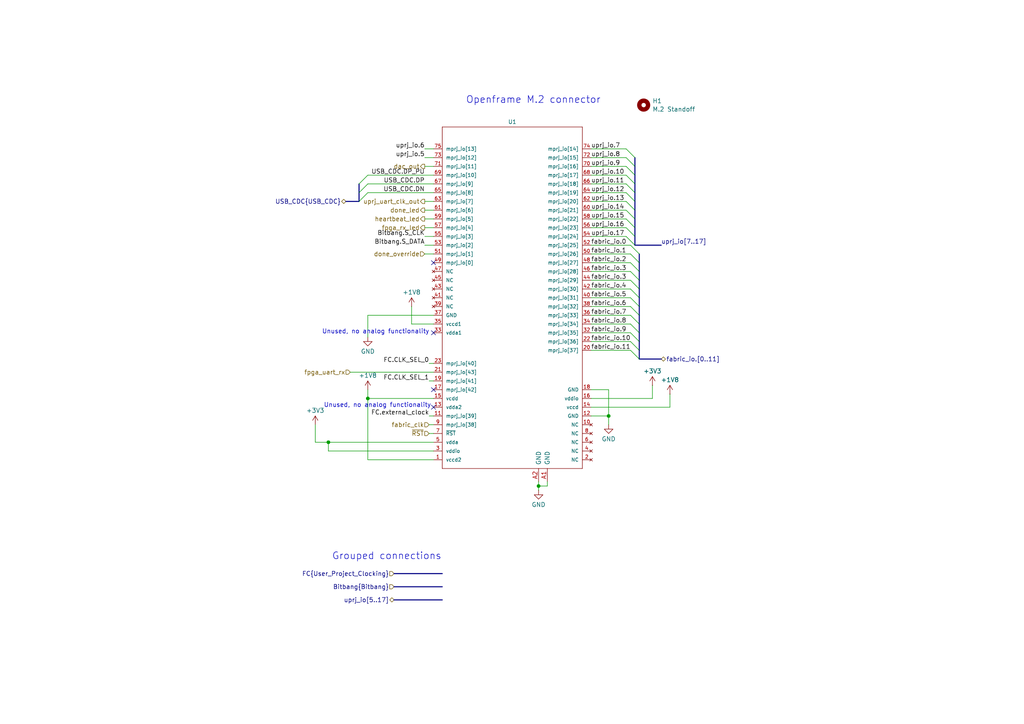
<source format=kicad_sch>
(kicad_sch (version 20231120) (generator "eeschema") (generator_version "8.0")
  (paper "A4")
  (title_block (title "Openframe Connections") (date "2024-05-30") (rev "0.2.0"))
  (lib_symbols
    (symbol "Caravel_board:openframe-M.2-card" (pin_names (offset 1.016))
      (property "Reference" "U" (at -19.05 53.848 0))
      (property "Value" "openframe-M.2-card" (at -19.05 -48.26 0))
      (symbol "openframe-M.2-card_1_0"
        (polyline (pts (xy -21.59 -45.72) (xy -21.59 53.34)))
        (polyline (pts (xy -21.59 53.34) (xy 19.05 53.34)))
        (polyline (pts (xy 19.05 -45.72) (xy -21.59 -45.72)))
        (polyline (pts (xy 19.05 53.34) (xy 19.05 -45.72)))
      )
      (symbol "openframe-M.2-card_1_1"
        (pin power_in line (at -24.13 -43.18 0) (length 2.54) (name "vccd2") (number "1"))
        (pin no_connect line (at 21.59 -33.02 180) (length 2.54) (name "NC") (number "10"))
        (pin bidirectional line (at -24.13 -30.48 0) (length 2.54) (name "mprj_io[39]") (number "11"))
        (pin power_in line (at 21.59 -30.48 180) (length 2.54) (name "GND") (number "12"))
        (pin power_in line (at -24.13 -27.94 0) (length 2.54) (name "vdda2") (number "13"))
        (pin power_in line (at 21.59 -27.94 180) (length 2.54) (name "vccd") (number "14"))
        (pin power_in line (at -24.13 -25.4 0) (length 2.54) (name "vcdd") (number "15"))
        (pin power_in line (at 21.59 -25.4 180) (length 2.54) (name "vddio") (number "16"))
        (pin bidirectional line (at -24.13 -22.86 0) (length 2.54) (name "mprj_io[42]") (number "17"))
        (pin power_in line (at 21.59 -22.86 180) (length 2.54) (name "GND") (number "18"))
        (pin bidirectional line (at -24.13 -20.32 0) (length 2.54) (name "mprj_io[41]") (number "19"))
        (pin no_connect line (at 21.59 -43.18 180) (length 2.54) (name "NC") (number "2"))
        (pin bidirectional line (at 21.59 -11.43 180) (length 2.54) (name "mprj_io[37]") (number "20"))
        (pin bidirectional line (at -24.13 -17.78 0) (length 2.54) (name "mprj_io[43]") (number "21"))
        (pin bidirectional line (at 21.59 -8.89 180) (length 2.54) (name "mprj_io[36]") (number "22"))
        (pin bidirectional line (at -24.13 -15.24 0) (length 2.54) (name "mprj_io[40]") (number "23"))
        (pin power_in line (at -24.13 -40.64 0) (length 2.54) (name "vddio") (number "3"))
        (pin bidirectional line (at 21.59 -6.35 180) (length 2.54) (name "mprj_io[35]") (number "32"))
        (pin power_in line (at -24.13 -6.35 0) (length 2.54) (name "vdda1") (number "33"))
        (pin bidirectional line (at 21.59 -3.81 180) (length 2.54) (name "mprj_io[34]") (number "34"))
        (pin power_in line (at -24.13 -3.81 0) (length 2.54) (name "vccd1") (number "35"))
        (pin bidirectional line (at 21.59 -1.27 180) (length 2.54) (name "mprj_io[33]") (number "36"))
        (pin power_in line (at -24.13 -1.27 0) (length 2.54) (name "GND") (number "37"))
        (pin bidirectional line (at 21.59 1.27 180) (length 2.54) (name "mprj_io[32]") (number "38"))
        (pin no_connect line (at -24.13 1.27 0) (length 2.54) (name "NC") (number "39"))
        (pin no_connect line (at 21.59 -40.64 180) (length 2.54) (name "NC") (number "4"))
        (pin bidirectional line (at 21.59 3.81 180) (length 2.54) (name "mprj_io[31]") (number "40"))
        (pin no_connect line (at -24.13 3.81 0) (length 2.54) (name "NC") (number "41"))
        (pin bidirectional line (at 21.59 6.35 180) (length 2.54) (name "mprj_io[30]") (number "42"))
        (pin no_connect line (at -24.13 6.35 0) (length 2.54) (name "NC") (number "43"))
        (pin bidirectional line (at 21.59 8.89 180) (length 2.54) (name "mprj_io[29]") (number "44"))
        (pin no_connect line (at -24.13 8.89 0) (length 2.54) (name "NC") (number "45"))
        (pin bidirectional line (at 21.59 11.43 180) (length 2.54) (name "mprj_io[28]") (number "46"))
        (pin no_connect line (at -24.13 11.43 0) (length 2.54) (name "NC") (number "47"))
        (pin bidirectional line (at 21.59 13.97 180) (length 2.54) (name "mprj_io[27]") (number "48"))
        (pin bidirectional line (at -24.13 13.97 0) (length 2.54) (name "mprj_io[0]") (number "49"))
        (pin power_in line (at -24.13 -38.1 0) (length 2.54) (name "vdda") (number "5"))
        (pin bidirectional line (at 21.59 16.51 180) (length 2.54) (name "mprj_io[26]") (number "50"))
        (pin bidirectional line (at -24.13 16.51 0) (length 2.54) (name "mprj_io[1]") (number "51"))
        (pin bidirectional line (at 21.59 19.05 180) (length 2.54) (name "mprj_io[25]") (number "52"))
        (pin bidirectional line (at -24.13 19.05 0) (length 2.54) (name "mprj_io[2]") (number "53"))
        (pin bidirectional line (at 21.59 21.59 180) (length 2.54) (name "mprj_io[24]") (number "54"))
        (pin bidirectional line (at -24.13 21.59 0) (length 2.54) (name "mprj_io[3]") (number "55"))
        (pin bidirectional line (at 21.59 24.13 180) (length 2.54) (name "mprj_io[23]") (number "56"))
        (pin bidirectional line (at -24.13 24.13 0) (length 2.54) (name "mprj_io[4]") (number "57"))
        (pin bidirectional line (at 21.59 26.67 180) (length 2.54) (name "mprj_io[22]") (number "58"))
        (pin bidirectional line (at -24.13 26.67 0) (length 2.54) (name "mprj_io[5]") (number "59"))
        (pin no_connect line (at 21.59 -38.1 180) (length 2.54) (name "NC") (number "6"))
        (pin bidirectional line (at 21.59 29.21 180) (length 2.54) (name "mprj_io[21]") (number "60"))
        (pin bidirectional line (at -24.13 29.21 0) (length 2.54) (name "mprj_io[6]") (number "61"))
        (pin bidirectional line (at 21.59 31.75 180) (length 2.54) (name "mprj_io[20]") (number "62"))
        (pin bidirectional line (at -24.13 31.75 0) (length 2.54) (name "mprj_io[7]") (number "63"))
        (pin bidirectional line (at 21.59 34.29 180) (length 2.54) (name "mprj_io[19]") (number "64"))
        (pin bidirectional line (at -24.13 34.29 0) (length 2.54) (name "mprj_io[8]") (number "65"))
        (pin bidirectional line (at 21.59 36.83 180) (length 2.54) (name "mprj_io[18]") (number "66"))
        (pin bidirectional line (at -24.13 36.83 0) (length 2.54) (name "mprj_io[9]") (number "67"))
        (pin bidirectional line (at 21.59 39.37 180) (length 2.54) (name "mprj_io[17]") (number "68"))
        (pin bidirectional line (at -24.13 39.37 0) (length 2.54) (name "mprj_io[10]") (number "69"))
        (pin input line (at -24.13 -35.56 0) (length 2.54) (name "~{RST}") (number "7"))
        (pin bidirectional line (at 21.59 41.91 180) (length 2.54) (name "mprj_io[16]") (number "70"))
        (pin bidirectional line (at -24.13 41.91 0) (length 2.54) (name "mprj_io[11]") (number "71"))
        (pin bidirectional line (at 21.59 44.45 180) (length 2.54) (name "mprj_io[15]") (number "72"))
        (pin bidirectional line (at -24.13 44.45 0) (length 2.54) (name "mprj_io[12]") (number "73"))
        (pin bidirectional line (at 21.59 46.99 180) (length 2.54) (name "mprj_io[14]") (number "74"))
        (pin bidirectional line (at -24.13 46.99 0) (length 2.54) (name "mprj_io[13]") (number "75"))
        (pin no_connect line (at 21.59 -35.56 180) (length 2.54) (name "NC") (number "8"))
        (pin bidirectional line (at -24.13 -33.02 0) (length 2.54) (name "mprj_io[38]") (number "9"))
        (pin power_in line (at 8.89 -49.53 90) (length 3.81) (name "GND") (number "A1"))
        (pin power_in line (at 6.35 -49.53 90) (length 3.81) (name "GND") (number "A2"))
      )
    )
    (symbol "MicroMod-Sparkfun:MICROMOD-Standoff" (pin_names (offset 1.016))
      (property "Reference" "H" (at 0 5.08 0))
      (property "Value" "MICROMOD-Standoff" (at 0 3.175 0))
      (symbol "MICROMOD-Standoff_0_1"
        (circle (center 0 0) (radius 1.27) (stroke (width 1.27)))
      )
    )
    (symbol "power:+1V8" (power) (pin_numbers hide) (pin_names (offset 0) hide)
      (property "Value" "+1V8" (at 0 3.556 0))
      (symbol "+1V8_0_1"
        (polyline (pts (xy -0.762 1.27) (xy 0 2.54)))
        (polyline (pts (xy 0 0) (xy 0 2.54)))
        (polyline (pts (xy 0 2.54) (xy 0.762 1.27)))
      )
      (symbol "+1V8_1_1"
        (pin power_in line (at 0 0 90) (length 0) (name "~") (number "1"))
      )
    )
    (symbol "power:+3V3" (power) (pin_numbers hide) (pin_names (offset 0) hide)
      (property "Value" "+3V3" (at 0 3.556 0))
      (symbol "+3V3_0_1"
        (polyline (pts (xy -0.762 1.27) (xy 0 2.54)))
        (polyline (pts (xy 0 0) (xy 0 2.54)))
        (polyline (pts (xy 0 2.54) (xy 0.762 1.27)))
      )
      (symbol "+3V3_1_1"
        (pin power_in line (at 0 0 90) (length 0) (name "~") (number "1"))
      )
    )
    (symbol "power:GND" (power) (pin_numbers hide) (pin_names (offset 0) hide)
      (property "Value" "GND" (at 0 -3.81 0))
      (symbol "GND_0_1"
        (polyline (pts (xy 0 0) (xy 0 -1.27) (xy 1.27 -1.27) (xy 0 -2.54) (xy -1.27 -1.27) (xy 0 -1.27)))
      )
      (symbol "GND_1_1"
        (pin power_in line (at 0 0 270) (length 0) (name "~") (number "1"))
      )
    )
  )
  (bus_alias "Bitbang" (members "S_CLK" "S_DATA"))
  (bus_alias "UART" (members "vdda" "vdda1" "vdda2" "vddio" "vcdd" "vccd" "vccd1" "vccd2"))
  (bus_alias "USB_CDC" (members "DP" "DN" "DP_PU"))
  (bus_alias "User_Project_Clocking" (members "external_clock" "clock_select_0" "clock_select_1"))
  (junction (at 95.25 128.27))
  (junction (at 156.21 140.97))
  (junction (at 176.53 120.65))
  (junction (at 106.68 115.57))
  (no_connect (at 125.73 113.03))
  (no_connect (at 125.73 118.11))
  (no_connect (at 125.73 76.2))
  (no_connect (at 125.73 96.52))
  (bus_entry (at 182.88 86.36) (size 2.54 2.54))
  (bus_entry (at 182.88 88.9) (size 2.54 2.54))
  (bus_entry (at 182.88 71.12) (size 2.54 2.54))
  (bus_entry (at 181.61 53.34) (size 2.54 2.54))
  (bus_entry (at 104.14 58.42) (size 2.54 -2.54))
  (bus_entry (at 104.14 55.88) (size 2.54 -2.54))
  (bus_entry (at 182.88 93.98) (size 2.54 2.54))
  (bus_entry (at 181.61 60.96) (size 2.54 2.54))
  (bus_entry (at 181.61 68.58) (size 2.54 2.54))
  (bus_entry (at 181.61 55.88) (size 2.54 2.54))
  (bus_entry (at 182.88 91.44) (size 2.54 2.54))
  (bus_entry (at 182.88 101.6) (size 2.54 2.54))
  (bus_entry (at 182.88 83.82) (size 2.54 2.54))
  (bus_entry (at 182.88 76.2) (size 2.54 2.54))
  (bus_entry (at 182.88 81.28) (size 2.54 2.54))
  (bus_entry (at 181.61 66.04) (size 2.54 2.54))
  (bus_entry (at 182.88 73.66) (size 2.54 2.54))
  (bus_entry (at 182.88 78.74) (size 2.54 2.54))
  (bus_entry (at 182.88 99.06) (size 2.54 2.54))
  (bus_entry (at 181.61 58.42) (size 2.54 2.54))
  (bus_entry (at 181.61 45.72) (size 2.54 2.54))
  (bus_entry (at 104.14 53.34) (size 2.54 -2.54))
  (bus_entry (at 181.61 50.8) (size 2.54 2.54))
  (bus_entry (at 182.88 96.52) (size 2.54 2.54))
  (bus_entry (at 181.61 43.18) (size 2.54 2.54))
  (bus_entry (at 181.61 63.5) (size 2.54 2.54))
  (bus_entry (at 181.61 48.26) (size 2.54 2.54))
  (wire (pts (xy 106.68 133.35) (xy 106.68 115.57)))
  (wire (pts (xy 123.19 68.58) (xy 125.73 68.58)))
  (wire (pts (xy 106.68 113.03) (xy 106.68 115.57)))
  (bus (pts (xy 184.15 48.26) (xy 184.15 50.8)))
  (wire (pts (xy 124.46 105.41) (xy 125.73 105.41)))
  (bus (pts (xy 184.15 68.58) (xy 184.15 71.12)))
  (wire (pts (xy 123.19 63.5) (xy 125.73 63.5)))
  (wire (pts (xy 106.68 91.44) (xy 106.68 97.79)))
  (wire (pts (xy 123.19 58.42) (xy 125.73 58.42)))
  (wire (pts (xy 171.45 101.6) (xy 182.88 101.6)))
  (bus (pts (xy 104.14 53.34) (xy 104.14 55.88)))
  (bus (pts (xy 184.15 55.88) (xy 184.15 58.42)))
  (wire (pts (xy 171.45 71.12) (xy 182.88 71.12)))
  (bus (pts (xy 185.42 101.6) (xy 185.42 104.14)))
  (bus (pts (xy 114.3 170.18) (xy 128.27 170.18)))
  (wire (pts (xy 95.25 130.81) (xy 125.73 130.81)))
  (wire (pts (xy 95.25 128.27) (xy 125.73 128.27)))
  (wire (pts (xy 91.44 128.27) (xy 95.25 128.27)))
  (wire (pts (xy 171.45 48.26) (xy 181.61 48.26)))
  (wire (pts (xy 123.19 71.12) (xy 125.73 71.12)))
  (wire (pts (xy 171.45 113.03) (xy 176.53 113.03)))
  (bus (pts (xy 185.42 83.82) (xy 185.42 86.36)))
  (bus (pts (xy 185.42 73.66) (xy 185.42 76.2)))
  (wire (pts (xy 158.75 140.97) (xy 158.75 139.7)))
  (wire (pts (xy 171.45 60.96) (xy 181.61 60.96)))
  (wire (pts (xy 156.21 140.97) (xy 158.75 140.97)))
  (wire (pts (xy 91.44 128.27) (xy 91.44 123.19)))
  (wire (pts (xy 124.46 120.65) (xy 125.73 120.65)))
  (wire (pts (xy 123.19 45.72) (xy 125.73 45.72)))
  (wire (pts (xy 123.19 60.96) (xy 125.73 60.96)))
  (wire (pts (xy 125.73 133.35) (xy 106.68 133.35)))
  (bus (pts (xy 185.42 81.28) (xy 185.42 83.82)))
  (wire (pts (xy 171.45 76.2) (xy 182.88 76.2)))
  (wire (pts (xy 171.45 120.65) (xy 176.53 120.65)))
  (wire (pts (xy 125.73 66.04) (xy 123.19 66.04)))
  (wire (pts (xy 124.46 125.73) (xy 125.73 125.73)))
  (wire (pts (xy 106.68 55.88) (xy 125.73 55.88)))
  (wire (pts (xy 171.45 93.98) (xy 182.88 93.98)))
  (bus (pts (xy 185.42 91.44) (xy 185.42 93.98)))
  (wire (pts (xy 156.21 140.97) (xy 156.21 142.24)))
  (bus (pts (xy 100.33 58.42) (xy 104.14 58.42)))
  (bus (pts (xy 104.14 55.88) (xy 104.14 58.42)))
  (bus (pts (xy 184.15 63.5) (xy 184.15 66.04)))
  (wire (pts (xy 171.45 50.8) (xy 181.61 50.8)))
  (wire (pts (xy 171.45 88.9) (xy 182.88 88.9)))
  (wire (pts (xy 189.23 111.76) (xy 189.23 115.57)))
  (bus (pts (xy 184.15 50.8) (xy 184.15 53.34)))
  (wire (pts (xy 171.45 66.04) (xy 181.61 66.04)))
  (bus (pts (xy 184.15 53.34) (xy 184.15 55.88)))
  (bus (pts (xy 185.42 86.36) (xy 185.42 88.9)))
  (bus (pts (xy 185.42 78.74) (xy 185.42 81.28)))
  (wire (pts (xy 106.68 115.57) (xy 125.73 115.57)))
  (wire (pts (xy 123.19 48.26) (xy 125.73 48.26)))
  (wire (pts (xy 119.38 93.98) (xy 119.38 88.9)))
  (wire (pts (xy 194.31 118.11) (xy 171.45 118.11)))
  (wire (pts (xy 171.45 99.06) (xy 182.88 99.06)))
  (wire (pts (xy 106.68 50.8) (xy 125.73 50.8)))
  (wire (pts (xy 123.19 73.66) (xy 125.73 73.66)))
  (wire (pts (xy 194.31 114.3) (xy 194.31 118.11)))
  (wire (pts (xy 171.45 91.44) (xy 182.88 91.44)))
  (wire (pts (xy 125.73 91.44) (xy 106.68 91.44)))
  (bus (pts (xy 184.15 66.04) (xy 184.15 68.58)))
  (wire (pts (xy 176.53 113.03) (xy 176.53 120.65)))
  (wire (pts (xy 171.45 73.66) (xy 182.88 73.66)))
  (bus (pts (xy 114.3 173.99) (xy 128.27 173.99)))
  (wire (pts (xy 171.45 63.5) (xy 181.61 63.5)))
  (bus (pts (xy 184.15 58.42) (xy 184.15 60.96)))
  (wire (pts (xy 171.45 96.52) (xy 182.88 96.52)))
  (wire (pts (xy 123.19 43.18) (xy 125.73 43.18)))
  (wire (pts (xy 119.38 93.98) (xy 125.73 93.98)))
  (wire (pts (xy 156.21 139.7) (xy 156.21 140.97)))
  (wire (pts (xy 171.45 78.74) (xy 182.88 78.74)))
  (bus (pts (xy 185.42 96.52) (xy 185.42 99.06)))
  (bus (pts (xy 185.42 88.9) (xy 185.42 91.44)))
  (wire (pts (xy 124.46 123.19) (xy 125.73 123.19)))
  (bus (pts (xy 114.3 166.37) (xy 128.27 166.37)))
  (wire (pts (xy 171.45 81.28) (xy 182.88 81.28)))
  (wire (pts (xy 95.25 128.27) (xy 95.25 130.81)))
  (bus (pts (xy 185.42 104.14) (xy 191.77 104.14)))
  (bus (pts (xy 184.15 71.12) (xy 191.77 71.12)))
  (bus (pts (xy 185.42 76.2) (xy 185.42 78.74)))
  (wire (pts (xy 171.45 53.34) (xy 181.61 53.34)))
  (wire (pts (xy 171.45 45.72) (xy 181.61 45.72)))
  (wire (pts (xy 101.6 107.95) (xy 125.73 107.95)))
  (wire (pts (xy 171.45 55.88) (xy 181.61 55.88)))
  (bus (pts (xy 184.15 60.96) (xy 184.15 63.5)))
  (wire (pts (xy 171.45 43.18) (xy 181.61 43.18)))
  (wire (pts (xy 171.45 58.42) (xy 181.61 58.42)))
  (bus (pts (xy 185.42 93.98) (xy 185.42 96.52)))
  (wire (pts (xy 124.46 110.49) (xy 125.73 110.49)))
  (wire (pts (xy 106.68 53.34) (xy 125.73 53.34)))
  (wire (pts (xy 171.45 83.82) (xy 182.88 83.82)))
  (wire (pts (xy 189.23 115.57) (xy 171.45 115.57)))
  (wire (pts (xy 171.45 86.36) (xy 182.88 86.36)))
  (wire (pts (xy 176.53 123.19) (xy 176.53 120.65)))
  (bus (pts (xy 184.15 45.72) (xy 184.15 48.26)))
  (bus (pts (xy 185.42 101.6) (xy 185.42 99.06)))
  (wire (pts (xy 171.45 68.58) (xy 181.61 68.58)))
  (text "Unused, no analog functionality" (at 108.966 96.266 0) (effects (font (size 1.27 1.27))))
  (text "Unused, no analog functionality" (at 109.474 117.602 0) (effects (font (size 1.27 1.27))))
  (text "Openframe M.2 connector" (at 135.128 30.226 0) (effects (font (size 2 2)) (justify left bottom)))
  (text "Grouped connections" (at 96.266 162.56 0) (effects (font (size 2 2)) (justify left bottom)))
  (label "uprj_io.10" (at 171.45 50.8 0))
  (label "FC.CLK_SEL_1" (at 124.46 110.49 180))
  (label "Bitbang.S_DATA" (at 123.19 71.12 180))
  (label "fabric_io.0" (at 171.45 71.12 0))
  (label "fabric_io.9" (at 171.45 96.52 0))
  (label "fabric_io.3" (at 171.45 81.28 0))
  (label "fabric_io.5" (at 171.45 86.36 0))
  (label "uprj_io.9" (at 171.45 48.26 0))
  (label "fabric_io.8" (at 171.45 93.98 0))
  (label "uprj_io.7" (at 171.45 43.18 0))
  (label "FC.CLK_SEL_0" (at 124.46 105.41 180))
  (label "uprj_io.11" (at 171.45 53.34 0))
  (label "USB_CDC.DN" (at 123.19 55.88 180))
  (label "Bitbang.S_CLK" (at 123.19 68.58 180))
  (label "uprj_io.16" (at 171.45 66.04 0))
  (label "FC.external_clock" (at 124.46 120.65 180))
  (label "uprj_io.6" (at 123.19 43.18 180))
  (label "fabric_io.1" (at 171.45 73.66 0))
  (label "uprj_io[7..17]" (at 191.77 71.12 0))
  (label "uprj_io.13" (at 171.45 58.42 0))
  (label "fabric_io.2" (at 171.45 76.2 0))
  (label "fabric_io.7" (at 171.45 91.44 0))
  (label "uprj_io.5" (at 123.19 45.72 180))
  (label "fabric_io.6" (at 171.45 88.9 0))
  (label "uprj_io.15" (at 171.45 63.5 0))
  (label "fabric_io.10" (at 171.45 99.06 0))
  (label "USB_CDC.DP" (at 123.19 53.34 180))
  (label "USB_CDC.DP_PU" (at 123.19 50.8 180))
  (label "uprj_io.8" (at 171.45 45.72 0))
  (label "uprj_io.14" (at 171.45 60.96 0))
  (label "uprj_io.17" (at 171.45 68.58 0))
  (label "fabric_io.3" (at 171.45 78.74 0))
  (label "fabric_io.11" (at 171.45 101.6 0))
  (label "fabric_io.4" (at 171.45 83.82 0))
  (label "uprj_io.12" (at 171.45 55.88 0))
  (hierarchical_label "FC{User_Project_Clocking}" (shape input) (at 114.3 166.37 180))
  (hierarchical_label "fpga_uart_rx" (shape input) (at 101.6 107.95 180))
  (hierarchical_label "uprj_io[5..17]" (shape bidirectional) (at 114.3 173.99 180))
  (hierarchical_label "USB_CDC{USB_CDC}" (shape bidirectional) (at 100.33 58.42 180))
  (hierarchical_label "fabric_io.[0..11]" (shape bidirectional) (at 191.77 104.14 0))
  (hierarchical_label "fabric_clk" (shape input) (at 124.46 123.19 180))
  (hierarchical_label "done_led" (shape output) (at 123.19 60.96 180))
  (hierarchical_label "uprj_uart_clk_out" (shape output) (at 123.19 58.42 180))
  (hierarchical_label "~{RST}" (shape input) (at 124.46 125.73 180))
  (hierarchical_label "Bitbang{Bitbang}" (shape input) (at 114.3 170.18 180))
  (hierarchical_label "heartbeat_led" (shape output) (at 123.19 63.5 180))
  (hierarchical_label "fpga_rx_led" (shape output) (at 123.19 66.04 180))
  (hierarchical_label "dac_out" (shape output) (at 123.19 48.26 180))
  (hierarchical_label "done_override" (shape input) (at 123.19 73.66 180))
  (symbol (lib_id "power:+1V8") (at 106.68 113.03 0) (unit 1)
    (property "Reference" "#PWR9" (effects (hide yes)))
    (property "Value" "+1V8" (at 106.68 108.8969 0))
    (property "Description" "Power symbol creates a global label with name \"+1V8\"" (effects (hide yes)))
  )
  (symbol (lib_id "power:GND") (at 106.68 97.79 0) (unit 1)
    (property "Reference" "#PWR8" (effects (hide yes)))
    (property "Value" "GND" (at 106.68 101.9231 0))
    (property "Description" "Power symbol creates a global label with name \"GND\" , ground" (effects (hide yes)))
  )
  (symbol (lib_id "MicroMod-Sparkfun:MICROMOD-Standoff") (at 186.69 30.48 0) (unit 1) (in_bom no)
    (property "Reference" "H1" (at 189.23 29.2678 0) (effects (justify left)))
    (property "Value" "M.2 Standoff" (at 189.23 31.6921 0) (effects (justify left)))
    (property "Footprint" "MicroMod-Sparkfun:MicroMod-Standoff" (effects (hide yes)))
    (property "Description" "Mounting Hole without connection" (effects (hide yes)))
  )
  (symbol (lib_id "power:+3V3") (at 189.23 111.76 0) (unit 1)
    (property "Reference" "#PWR14" (effects (hide yes)))
    (property "Value" "+3V3" (at 189.23 107.6269 0))
    (property "Description" "Power symbol creates a global label with name \"+3V3\"" (effects (hide yes)))
  )
  (symbol (lib_id "power:GND") (at 156.21 142.24 0) (unit 1)
    (property "Reference" "#PWR12" (effects (hide yes)))
    (property "Value" "GND" (at 156.21 146.3731 0))
    (property "Description" "Power symbol creates a global label with name \"GND\" , ground" (effects (hide yes)))
  )
  (symbol (lib_id "power:+3V3") (at 91.44 123.19 0) (unit 1)
    (property "Reference" "#PWR10" (effects (hide yes)))
    (property "Value" "+3V3" (at 91.44 119.0569 0))
    (property "Description" "Power symbol creates a global label with name \"+3V3\"" (effects (hide yes)))
  )
  (symbol (lib_id "power:+1V8") (at 194.31 114.3 0) (unit 1)
    (property "Reference" "#PWR15" (effects (hide yes)))
    (property "Value" "+1V8" (at 194.31 110.1669 0))
    (property "Description" "Power symbol creates a global label with name \"+1V8\"" (effects (hide yes)))
  )
  (symbol (lib_id "power:GND") (at 176.53 123.19 0) (unit 1)
    (property "Reference" "#PWR13" (effects (hide yes)))
    (property "Value" "GND" (at 176.53 127.3231 0))
    (property "Description" "Power symbol creates a global label with name \"GND\" , ground" (effects (hide yes)))
  )
  (symbol (lib_id "Caravel_board:openframe-M.2-card") (at 149.86 90.17 0) (unit 1)
    (property "Reference" "U1" (at 148.59 35.339 0) (effects (font (size 1.143 1.143))))
    (property "Value" "C2977809" (effects (hide yes)))
    (property "Footprint" "MicroMod-Sparkfun:M.2-CONNECTOR-E" (effects (hide yes)))
    (property "Description" "caravel-M.2-card" (effects (hide yes)))
    (property "JLCPCB Position Offset" "0,-1.45" (effects (hide yes)))
    (property "JLCPCB Rotation Offset" "180" (effects (hide yes)))
  )
  (symbol (lib_id "power:+1V8") (at 119.38 88.9 0) (unit 1)
    (property "Reference" "#PWR11" (effects (hide yes)))
    (property "Value" "+1V8" (at 119.38 84.7669 0))
    (property "Description" "Power symbol creates a global label with name \"+1V8\"" (effects (hide yes)))
  )
)
</source>
